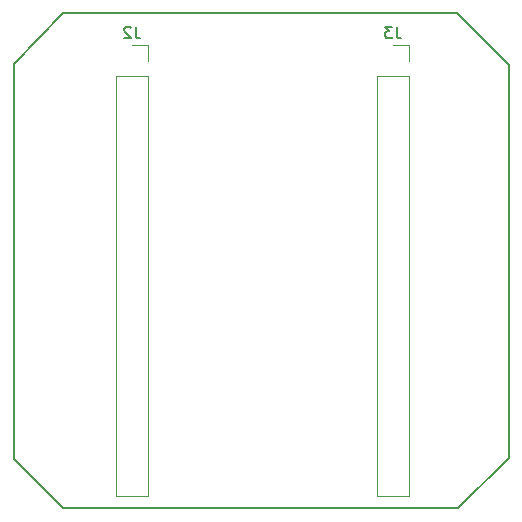
<source format=gbr>
G04 #@! TF.GenerationSoftware,KiCad,Pcbnew,5.0.1-33cea8e~68~ubuntu18.04.1*
G04 #@! TF.CreationDate,2018-11-12T21:08:18+01:00*
G04 #@! TF.ProjectId,ustepper_pololu,75737465707065725F706F6C6F6C752E,rev?*
G04 #@! TF.SameCoordinates,Original*
G04 #@! TF.FileFunction,Legend,Bot*
G04 #@! TF.FilePolarity,Positive*
%FSLAX46Y46*%
G04 Gerber Fmt 4.6, Leading zero omitted, Abs format (unit mm)*
G04 Created by KiCad (PCBNEW 5.0.1-33cea8e~68~ubuntu18.04.1) date lun 12 nov 2018 21:08:18 CET*
%MOMM*%
%LPD*%
G01*
G04 APERTURE LIST*
%ADD10C,0.200000*%
%ADD11C,0.120000*%
%ADD12C,0.150000*%
G04 APERTURE END LIST*
D10*
X164400000Y-86000000D02*
X164400000Y-52600000D01*
X168600000Y-90200000D02*
X164400000Y-86000000D01*
X202000000Y-90200000D02*
X168600000Y-90200000D01*
X206300000Y-85900000D02*
X202000000Y-90200000D01*
X206300000Y-52700000D02*
X206300000Y-85900000D01*
X201900000Y-48300000D02*
X206300000Y-52700000D01*
X168600000Y-48300000D02*
X201900000Y-48300000D01*
X164400000Y-52600000D02*
X168600000Y-48300000D01*
D11*
G04 #@! TO.C,J2*
X175741200Y-89176800D02*
X173081200Y-89176800D01*
X175741200Y-53556800D02*
X175741200Y-89176800D01*
X173081200Y-53556800D02*
X173081200Y-89176800D01*
X175741200Y-53556800D02*
X173081200Y-53556800D01*
X175741200Y-52286800D02*
X175741200Y-50956800D01*
X175741200Y-50956800D02*
X174411200Y-50956800D01*
G04 #@! TO.C,J3*
X197839200Y-50956800D02*
X196509200Y-50956800D01*
X197839200Y-52286800D02*
X197839200Y-50956800D01*
X197839200Y-53556800D02*
X195179200Y-53556800D01*
X195179200Y-53556800D02*
X195179200Y-89176800D01*
X197839200Y-53556800D02*
X197839200Y-89176800D01*
X197839200Y-89176800D02*
X195179200Y-89176800D01*
G04 #@! TO.C,J2*
D12*
X174744533Y-49409180D02*
X174744533Y-50123466D01*
X174792152Y-50266323D01*
X174887390Y-50361561D01*
X175030247Y-50409180D01*
X175125485Y-50409180D01*
X174315961Y-49504419D02*
X174268342Y-49456800D01*
X174173104Y-49409180D01*
X173935009Y-49409180D01*
X173839771Y-49456800D01*
X173792152Y-49504419D01*
X173744533Y-49599657D01*
X173744533Y-49694895D01*
X173792152Y-49837752D01*
X174363580Y-50409180D01*
X173744533Y-50409180D01*
G04 #@! TO.C,J3*
X196842533Y-49409180D02*
X196842533Y-50123466D01*
X196890152Y-50266323D01*
X196985390Y-50361561D01*
X197128247Y-50409180D01*
X197223485Y-50409180D01*
X196461580Y-49409180D02*
X195842533Y-49409180D01*
X196175866Y-49790133D01*
X196033009Y-49790133D01*
X195937771Y-49837752D01*
X195890152Y-49885371D01*
X195842533Y-49980609D01*
X195842533Y-50218704D01*
X195890152Y-50313942D01*
X195937771Y-50361561D01*
X196033009Y-50409180D01*
X196318723Y-50409180D01*
X196413961Y-50361561D01*
X196461580Y-50313942D01*
G04 #@! TD*
M02*

</source>
